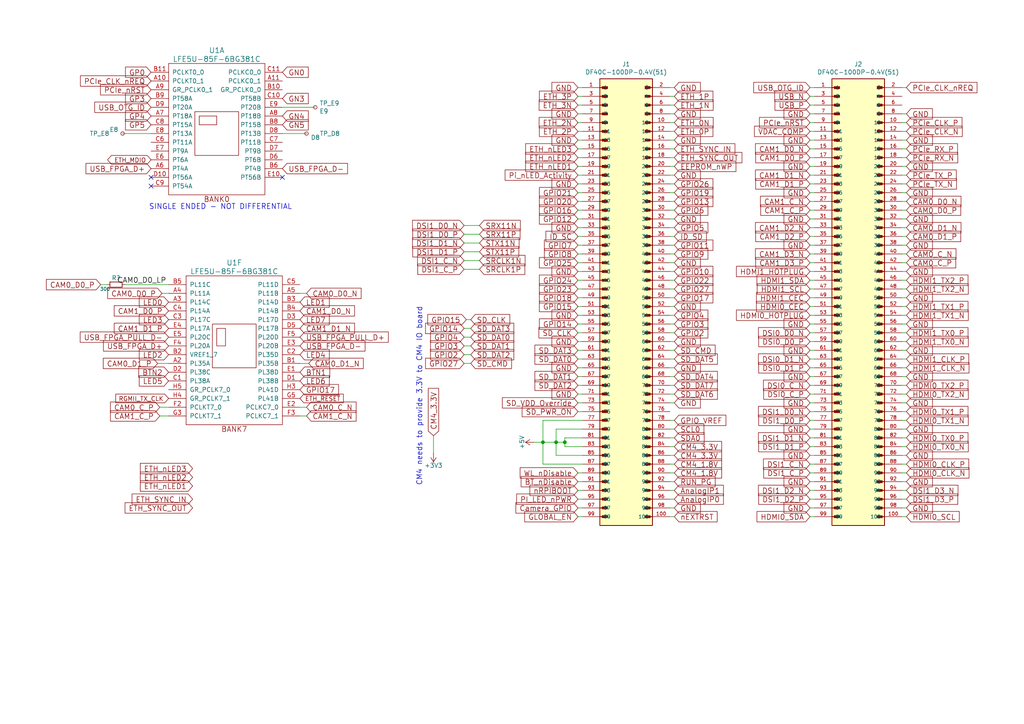
<source format=kicad_sch>
(kicad_sch (version 20230121) (generator eeschema)
  (paper "A4")
  (title_block (title "ULX3S") (rev "1.0.2") (company "EMARD") (comment 1 "GPIO 2.54 mm connectors") (comment 2 "License: CERN-OHL-S v2"))
  (junction (at 157.48 128.27))
  (junction (at 163.83 128.27))
  (junction (at 161.29 128.27))
  (no_connect (at 81.915 51.435))
  (no_connect (at 43.815 53.975))
  (no_connect (at 43.815 51.435))
  (wire (pts (xy 167.64 88.9) (xy 168.91 88.9)))
  (wire (pts (xy 234.95 91.44) (xy 236.22 91.44)))
  (wire (pts (xy 261.62 106.68) (xy 262.89 106.68)))
  (wire (pts (xy 194.31 149.86) (xy 195.58 149.86)))
  (wire (pts (xy 236.22 134.62) (xy 234.95 134.62)))
  (wire (pts (xy 195.58 93.98) (xy 194.31 93.98)))
  (wire (pts (xy 194.31 139.7) (xy 195.58 139.7)))
  (wire (pts (xy 236.22 78.74) (xy 234.95 78.74)))
  (wire (pts (xy 261.62 38.1) (xy 262.89 38.1)))
  (wire (pts (xy 45.72 105.41) (xy 48.895 105.41)))
  (wire (pts (xy 236.22 101.6) (xy 234.95 101.6)))
  (wire (pts (xy 157.48 128.27) (xy 154.94 128.27)))
  (wire (pts (xy 236.22 38.1) (xy 234.95 38.1)))
  (wire (pts (xy 35.56 38.735) (xy 43.815 38.735)))
  (wire (pts (xy 261.62 111.76) (xy 262.89 111.76)))
  (wire (pts (xy 161.29 132.08) (xy 161.29 128.27)))
  (wire (pts (xy 125.73 131.445) (xy 125.73 126.365)))
  (wire (pts (xy 194.31 132.08) (xy 195.58 132.08)))
  (wire (pts (xy 236.22 68.58) (xy 234.95 68.58)))
  (wire (pts (xy 168.91 132.08) (xy 161.29 132.08)))
  (wire (pts (xy 261.62 149.86) (xy 262.89 149.86)))
  (wire (pts (xy 262.89 71.12) (xy 261.62 71.12)))
  (wire (pts (xy 261.62 137.16) (xy 262.89 137.16)))
  (wire (pts (xy 194.31 48.26) (xy 195.58 48.26)))
  (wire (pts (xy 262.89 104.14) (xy 261.62 104.14)))
  (wire (pts (xy 234.95 96.52) (xy 236.22 96.52)))
  (wire (pts (xy 236.22 139.7) (xy 234.95 139.7)))
  (wire (pts (xy 234.95 71.12) (xy 236.22 71.12)))
  (wire (pts (xy 167.64 139.7) (xy 168.91 139.7)))
  (wire (pts (xy 194.31 53.34) (xy 195.58 53.34)))
  (wire (pts (xy 168.91 48.26) (xy 167.64 48.26)))
  (wire (pts (xy 139.065 78.105) (xy 134.62 78.105)))
  (wire (pts (xy 234.95 55.88) (xy 236.22 55.88)))
  (wire (pts (xy 168.91 43.18) (xy 167.64 43.18)))
  (wire (pts (xy 167.64 93.98) (xy 168.91 93.98)))
  (wire (pts (xy 261.62 45.72) (xy 262.89 45.72)))
  (wire (pts (xy 163.83 127) (xy 163.83 128.27)))
  (wire (pts (xy 262.89 63.5) (xy 261.62 63.5)))
  (wire (pts (xy 194.31 101.6) (xy 195.58 101.6)))
  (wire (pts (xy 167.64 149.86) (xy 168.91 149.86)))
  (wire (pts (xy 168.91 33.02) (xy 167.64 33.02)))
  (wire (pts (xy 194.31 91.44) (xy 195.58 91.44)))
  (wire (pts (xy 194.31 81.28) (xy 195.58 81.28)))
  (wire (pts (xy 194.31 86.36) (xy 195.58 86.36)))
  (wire (pts (xy 194.31 114.3) (xy 195.58 114.3)))
  (wire (pts (xy 261.62 119.38) (xy 262.89 119.38)))
  (wire (pts (xy 234.95 60.96) (xy 236.22 60.96)))
  (wire (pts (xy 167.64 25.4) (xy 168.91 25.4)))
  (wire (pts (xy 167.64 53.34) (xy 168.91 53.34)))
  (wire (pts (xy 168.91 121.92) (xy 157.48 121.92)))
  (wire (pts (xy 195.58 137.16) (xy 194.31 137.16)))
  (wire (pts (xy 134.62 75.565) (xy 139.065 75.565)))
  (wire (pts (xy 262.89 55.88) (xy 261.62 55.88)))
  (wire (pts (xy 234.95 27.94) (xy 236.22 27.94)))
  (wire (pts (xy 262.89 86.36) (xy 261.62 86.36)))
  (wire (pts (xy 167.64 78.74) (xy 168.91 78.74)))
  (wire (pts (xy 234.95 119.38) (xy 236.22 119.38)))
  (wire (pts (xy 163.83 127) (xy 168.91 127)))
  (wire (pts (xy 194.31 104.14) (xy 195.58 104.14)))
  (wire (pts (xy 262.89 116.84) (xy 261.62 116.84)))
  (wire (pts (xy 168.91 142.24) (xy 167.64 142.24)))
  (wire (pts (xy 262.89 81.28) (xy 261.62 81.28)))
  (wire (pts (xy 261.62 78.74) (xy 262.89 78.74)))
  (wire (pts (xy 195.58 99.06) (xy 194.31 99.06)))
  (wire (pts (xy 168.91 96.52) (xy 167.64 96.52)))
  (wire (pts (xy 195.58 88.9) (xy 194.31 88.9)))
  (wire (pts (xy 168.91 50.8) (xy 167.64 50.8)))
  (wire (pts (xy 161.29 128.27) (xy 157.48 128.27)))
  (wire (pts (xy 194.31 33.02) (xy 195.58 33.02)))
  (wire (pts (xy 194.31 63.5) (xy 195.58 63.5)))
  (wire (pts (xy 194.31 142.24) (xy 195.58 142.24)))
  (wire (pts (xy 236.22 43.18) (xy 234.95 43.18)))
  (wire (pts (xy 234.95 86.36) (xy 236.22 86.36)))
  (wire (pts (xy 167.64 114.3) (xy 168.91 114.3)))
  (wire (pts (xy 194.31 109.22) (xy 195.58 109.22)))
  (wire (pts (xy 262.89 99.06) (xy 261.62 99.06)))
  (wire (pts (xy 195.58 66.04) (xy 194.31 66.04)))
  (wire (pts (xy 81.915 38.735) (xy 88.9 38.735)))
  (wire (pts (xy 195.58 106.68) (xy 194.31 106.68)))
  (wire (pts (xy 168.91 91.44) (xy 167.64 91.44)))
  (wire (pts (xy 134.62 95.25) (xy 136.525 95.25)))
  (wire (pts (xy 234.95 114.3) (xy 236.22 114.3)))
  (wire (pts (xy 236.22 121.92) (xy 234.95 121.92)))
  (wire (pts (xy 236.22 33.02) (xy 234.95 33.02)))
  (wire (pts (xy 261.62 53.34) (xy 262.89 53.34)))
  (wire (pts (xy 194.31 147.32) (xy 195.58 147.32)))
  (wire (pts (xy 88.9 118.11) (xy 86.995 118.11)))
  (wire (pts (xy 81.915 31.115) (xy 91.44 31.115)))
  (wire (pts (xy 262.89 48.26) (xy 261.62 48.26)))
  (wire (pts (xy 134.62 65.405) (xy 139.065 65.405)))
  (wire (pts (xy 234.95 144.78) (xy 236.22 144.78)))
  (wire (pts (xy 236.22 63.5) (xy 234.95 63.5)))
  (wire (pts (xy 167.64 106.68) (xy 168.91 106.68)))
  (wire (pts (xy 234.95 104.14) (xy 236.22 104.14)))
  (wire (pts (xy 167.64 27.94) (xy 168.91 27.94)))
  (wire (pts (xy 168.91 137.16) (xy 167.64 137.16)))
  (wire (pts (xy 261.62 68.58) (xy 262.89 68.58)))
  (wire (pts (xy 167.64 38.1) (xy 168.91 38.1)))
  (wire (pts (xy 262.89 93.98) (xy 261.62 93.98)))
  (wire (pts (xy 261.62 127) (xy 262.89 127)))
  (wire (pts (xy 195.58 25.4) (xy 194.31 25.4)))
  (wire (pts (xy 134.62 102.87) (xy 136.525 102.87)))
  (wire (pts (xy 236.22 129.54) (xy 234.95 129.54)))
  (wire (pts (xy 262.89 109.22) (xy 261.62 109.22)))
  (wire (pts (xy 167.64 104.14) (xy 168.91 104.14)))
  (wire (pts (xy 262.89 134.62) (xy 261.62 134.62)))
  (wire (pts (xy 46.99 85.09) (xy 48.895 85.09)))
  (wire (pts (xy 134.62 97.79) (xy 136.525 97.79)))
  (wire (pts (xy 168.91 81.28) (xy 167.64 81.28)))
  (wire (pts (xy 139.065 67.945) (xy 134.62 67.945)))
  (wire (pts (xy 261.62 144.78) (xy 262.89 144.78)))
  (wire (pts (xy 262.89 129.54) (xy 261.62 129.54)))
  (wire (pts (xy 236.22 30.48) (xy 234.95 30.48)))
  (wire (pts (xy 261.62 83.82) (xy 262.89 83.82)))
  (wire (pts (xy 195.58 71.12) (xy 194.31 71.12)))
  (wire (pts (xy 136.525 100.33) (xy 134.62 100.33)))
  (wire (pts (xy 195.58 144.78) (xy 194.31 144.78)))
  (wire (pts (xy 234.95 40.64) (xy 236.22 40.64)))
  (wire (pts (xy 195.58 116.84) (xy 194.31 116.84)))
  (wire (pts (xy 194.31 124.46) (xy 195.58 124.46)))
  (wire (pts (xy 262.89 33.02) (xy 261.62 33.02)))
  (wire (pts (xy 236.22 111.76) (xy 234.95 111.76)))
  (wire (pts (xy 234.95 132.08) (xy 236.22 132.08)))
  (wire (pts (xy 236.22 147.32) (xy 234.95 147.32)))
  (wire (pts (xy 194.31 27.94) (xy 195.58 27.94)))
  (wire (pts (xy 86.995 105.41) (xy 89.535 105.41)))
  (wire (pts (xy 167.64 99.06) (xy 168.91 99.06)))
  (wire (pts (xy 194.31 73.66) (xy 195.58 73.66)))
  (wire (pts (xy 236.22 93.98) (xy 234.95 93.98)))
  (wire (pts (xy 195.58 76.2) (xy 194.31 76.2)))
  (wire (pts (xy 168.91 76.2) (xy 167.64 76.2)))
  (wire (pts (xy 194.31 38.1) (xy 195.58 38.1)))
  (wire (pts (xy 161.29 124.46) (xy 161.29 128.27)))
  (wire (pts (xy 234.95 137.16) (xy 236.22 137.16)))
  (wire (pts (xy 168.91 129.54) (xy 163.83 129.54)))
  (wire (pts (xy 167.64 68.58) (xy 168.91 68.58)))
  (wire (pts (xy 168.91 101.6) (xy 167.64 101.6)))
  (wire (pts (xy 261.62 60.96) (xy 262.89 60.96)))
  (wire (pts (xy 194.31 134.62) (xy 195.58 134.62)))
  (wire (pts (xy 236.22 58.42) (xy 234.95 58.42)))
  (wire (pts (xy 194.31 58.42) (xy 195.58 58.42)))
  (wire (pts (xy 195.58 111.76) (xy 194.31 111.76)))
  (wire (pts (xy 262.89 121.92) (xy 261.62 121.92)))
  (wire (pts (xy 168.91 109.22) (xy 167.64 109.22)))
  (wire (pts (xy 46.355 120.65) (xy 48.895 120.65)))
  (wire (pts (xy 262.89 40.64) (xy 261.62 40.64)))
  (wire (pts (xy 234.95 25.4) (xy 236.22 25.4)))
  (wire (pts (xy 195.58 50.8) (xy 194.31 50.8)))
  (wire (pts (xy 168.91 86.36) (xy 167.64 86.36)))
  (wire (pts (xy 157.48 121.92) (xy 157.48 128.27)))
  (wire (pts (xy 168.91 144.78) (xy 167.64 144.78)))
  (wire (pts (xy 195.58 127) (xy 194.31 127)))
  (wire (pts (xy 234.95 50.8) (xy 236.22 50.8)))
  (wire (pts (xy 168.91 124.46) (xy 161.29 124.46)))
  (wire (pts (xy 261.62 50.8) (xy 262.89 50.8)))
  (wire (pts (xy 261.62 91.44) (xy 262.89 91.44)))
  (wire (pts (xy 261.62 114.3) (xy 262.89 114.3)))
  (wire (pts (xy 234.95 35.56) (xy 236.22 35.56)))
  (wire (pts (xy 167.64 45.72) (xy 168.91 45.72)))
  (wire (pts (xy 236.22 106.68) (xy 234.95 106.68)))
  (wire (pts (xy 194.31 78.74) (xy 195.58 78.74)))
  (wire (pts (xy 195.58 35.56) (xy 194.31 35.56)))
  (wire (pts (xy 168.91 111.76) (xy 167.64 111.76)))
  (wire (pts (xy 236.22 53.34) (xy 234.95 53.34)))
  (wire (pts (xy 261.62 66.04) (xy 262.89 66.04)))
  (wire (pts (xy 163.83 129.54) (xy 163.83 128.27)))
  (wire (pts (xy 157.48 128.27) (xy 157.48 134.62)))
  (wire (pts (xy 163.83 128.27) (xy 161.29 128.27)))
  (wire (pts (xy 167.64 58.42) (xy 168.91 58.42)))
  (wire (pts (xy 167.64 30.48) (xy 168.91 30.48)))
  (wire (pts (xy 195.58 40.64) (xy 194.31 40.64)))
  (wire (pts (xy 234.95 66.04) (xy 236.22 66.04)))
  (wire (pts (xy 262.89 76.2) (xy 261.62 76.2)))
  (wire (pts (xy 194.31 68.58) (xy 195.58 68.58)))
  (wire (pts (xy 261.62 35.56) (xy 262.89 35.56)))
  (wire (pts (xy 168.91 71.12) (xy 167.64 71.12)))
  (wire (pts (xy 46.355 118.11) (xy 48.895 118.11)))
  (wire (pts (xy 195.58 55.88) (xy 194.31 55.88)))
  (wire (pts (xy 234.95 99.06) (xy 236.22 99.06)))
  (wire (pts (xy 236.22 73.66) (xy 234.95 73.66)))
  (wire (pts (xy 194.31 43.18) (xy 195.58 43.18)))
  (wire (pts (xy 261.62 73.66) (xy 262.89 73.66)))
  (wire (pts (xy 234.95 45.72) (xy 236.22 45.72)))
  (wire (pts (xy 262.89 142.24) (xy 261.62 142.24)))
  (wire (pts (xy 234.95 149.86) (xy 236.22 149.86)))
  (wire (pts (xy 195.58 121.92) (xy 194.31 121.92)))
  (wire (pts (xy 167.64 73.66) (xy 168.91 73.66)))
  (wire (pts (xy 168.91 116.84) (xy 167.64 116.84)))
  (wire (pts (xy 29.21 82.55) (xy 31.115 82.55)))
  (wire (pts (xy 234.95 76.2) (xy 236.22 76.2)))
  (wire (pts (xy 234.95 127) (xy 236.22 127)))
  (wire (pts (xy 236.22 48.26) (xy 234.95 48.26)))
  (wire (pts (xy 167.64 83.82) (xy 168.91 83.82)))
  (wire (pts (xy 167.64 63.5) (xy 168.91 63.5)))
  (wire (pts (xy 36.195 82.55) (xy 48.895 82.55)))
  (wire (pts (xy 168.91 55.88) (xy 167.64 55.88)))
  (wire (pts (xy 236.22 116.84) (xy 234.95 116.84)))
  (wire (pts (xy 261.62 25.4) (xy 262.89 25.4)))
  (wire (pts (xy 167.64 147.32) (xy 168.91 147.32)))
  (wire (pts (xy 234.95 124.46) (xy 236.22 124.46)))
  (wire (pts (xy 86.995 85.09) (xy 88.9 85.09)))
  (wire (pts (xy 261.62 101.6) (xy 262.89 101.6)))
  (wire (pts (xy 261.62 139.7) (xy 262.89 139.7)))
  (wire (pts (xy 236.22 88.9) (xy 234.95 88.9)))
  (wire (pts (xy 168.91 66.04) (xy 167.64 66.04)))
  (wire (pts (xy 234.95 81.28) (xy 236.22 81.28)))
  (wire (pts (xy 195.58 60.96) (xy 194.31 60.96)))
  (wire (pts (xy 261.62 43.18) (xy 262.89 43.18)))
  (wire (pts (xy 168.91 60.96) (xy 167.64 60.96)))
  (wire (pts (xy 167.64 40.64) (xy 168.91 40.64)))
  (wire (pts (xy 195.58 45.72) (xy 194.31 45.72)))
  (wire (pts (xy 195.58 30.48) (xy 194.31 30.48)))
  (wire (pts (xy 262.89 147.32) (xy 261.62 147.32)))
  (wire (pts (xy 139.065 73.025) (xy 134.62 73.025)))
  (wire (pts (xy 194.31 96.52) (xy 195.58 96.52)))
  (wire (pts (xy 157.48 134.62) (xy 168.91 134.62)))
  (wire (pts (xy 135.255 92.71) (xy 136.525 92.71)))
  (wire (pts (xy 194.31 129.54) (xy 195.58 129.54)))
  (wire (pts (xy 261.62 96.52) (xy 262.89 96.52)))
  (wire (pts (xy 262.89 58.42) (xy 261.62 58.42)))
  (wire (pts (xy 88.9 120.65) (xy 86.995 120.65)))
  (wire (pts (xy 236.22 83.82) (xy 234.95 83.82)))
  (wire (pts (xy 234.95 142.24) (xy 236.22 142.24)))
  (wire (pts (xy 167.64 35.56) (xy 168.91 35.56)))
  (wire (pts (xy 134.62 105.41) (xy 136.525 105.41)))
  (wire (pts (xy 134.62 70.485) (xy 139.065 70.485)))
  (wire (pts (xy 195.58 83.82) (xy 194.31 83.82)))
  (wire (pts (xy 261.62 88.9) (xy 262.89 88.9)))
  (wire (pts (xy 261.62 132.08) (xy 262.89 132.08)))
  (wire (pts (xy 234.95 109.22) (xy 236.22 109.22)))
  (wire (pts (xy 261.62 124.46) (xy 262.89 124.46)))
  (wire (pts (xy 167.64 119.38) (xy 168.91 119.38)))
  (text "CM4 needs to provide 3.3V to CM4 IO board" (at 122.555 140.97 90) (effects (font (size 1.524 1.524)) (justify left bottom)))
  (text "SINGLE ENDED - NOT DIFFERENTIAL" (at 43.18 60.96 0) (effects (font (size 1.524 1.524)) (justify left bottom)))
  (label "CAM0_D0_LP" (at 48.26 82.55 180) (effects (font (size 1.524 1.524))))
  (global_label "GND" (shape input) (at 167.64 33.02 180) (effects (font (size 1.524 1.524))) (property "Intersheetrefs" "${INTERSHEET_REFS}" (effects hide)))
  (global_label "ETH_MDIO" (shape bidirectional) (at 43.815 46.355 180) (property "Intersheetrefs" "${INTERSHEET_REFS}" (effects hide)))
  (global_label "SD_CMD" (shape input) (at 195.58 101.6 0) (effects (font (size 1.524 1.524))) (property "Intersheetrefs" "${INTERSHEET_REFS}" (effects hide)))
  (global_label "GN5" (shape input) (at 81.915 36.195 0) (effects (font (size 1.524 1.524))) (property "Intersheetrefs" "${INTERSHEET_REFS}" (effects hide)))
  (global_label "ETH_SYNC_IN" (shape input) (at 195.58 43.18 0) (effects (font (size 1.524 1.524))) (property "Intersheetrefs" "${INTERSHEET_REFS}" (effects hide)))
  (global_label "CAM1_D1_N" (shape input) (at 86.995 95.25 0) (effects (font (size 1.524 1.524))) (property "Intersheetrefs" "${INTERSHEET_REFS}" (effects hide)))
  (global_label "ETH_nLED1" (shape input) (at 55.88 140.97 180) (effects (font (size 1.524 1.524))) (property "Intersheetrefs" "${INTERSHEET_REFS}" (effects hide)))
  (global_label "CAM0_D0_P" (shape input) (at 46.99 85.09 180) (effects (font (size 1.524 1.524))) (property "Intersheetrefs" "${INTERSHEET_REFS}" (effects hide)))
  (global_label "HDMI1_TX1_P" (shape input) (at 262.89 88.9 0) (effects (font (size 1.524 1.524))) (property "Intersheetrefs" "${INTERSHEET_REFS}" (effects hide)))
  (global_label "CAM1_D3_P" (shape input) (at 234.95 76.2 180) (effects (font (size 1.524 1.524))) (property "Intersheetrefs" "${INTERSHEET_REFS}" (effects hide)))
  (global_label "HDMI1_TX2_N" (shape input) (at 262.89 83.82 0) (effects (font (size 1.524 1.524))) (property "Intersheetrefs" "${INTERSHEET_REFS}" (effects hide)))
  (global_label "HDMI1_CEC" (shape input) (at 234.95 86.36 180) (effects (font (size 1.524 1.524))) (property "Intersheetrefs" "${INTERSHEET_REFS}" (effects hide)))
  (global_label "GND" (shape input) (at 234.95 147.32 180) (effects (font (size 1.524 1.524))) (property "Intersheetrefs" "${INTERSHEET_REFS}" (effects hide)))
  (global_label "CM4_1.8V" (shape input) (at 195.58 134.62 0) (effects (font (size 1.524 1.524))) (property "Intersheetrefs" "${INTERSHEET_REFS}" (effects hide)))
  (global_label "GPIO27" (shape input) (at 134.62 105.41 180) (effects (font (size 1.524 1.524))) (property "Intersheetrefs" "${INTERSHEET_REFS}" (effects hide)))
  (global_label "SD_DAT0" (shape input) (at 136.525 97.79 0) (effects (font (size 1.524 1.524))) (property "Intersheetrefs" "${INTERSHEET_REFS}" (effects hide)))
  (global_label "LED6" (shape input) (at 86.995 110.49 0) (effects (font (size 1.524 1.524))) (property "Intersheetrefs" "${INTERSHEET_REFS}" (effects hide)))
  (global_label "GPIO26" (shape input) (at 195.58 53.34 0) (effects (font (size 1.524 1.524))) (property "Intersheetrefs" "${INTERSHEET_REFS}" (effects hide)))
  (global_label "PCIe_CLK_P" (shape input) (at 262.89 35.56 0) (effects (font (size 1.524 1.524))) (property "Intersheetrefs" "${INTERSHEET_REFS}" (effects hide)))
  (global_label "CAM1_D1_N" (shape input) (at 234.95 50.8 180) (effects (font (size 1.524 1.524))) (property "Intersheetrefs" "${INTERSHEET_REFS}" (effects hide)))
  (global_label "RGMII_TX_CLK" (shape input) (at 48.895 115.57 180) (property "Intersheetrefs" "${INTERSHEET_REFS}" (effects hide)))
  (global_label "CAM0_C_P" (shape input) (at 46.355 118.11 180) (effects (font (size 1.524 1.524))) (property "Intersheetrefs" "${INTERSHEET_REFS}" (effects hide)))
  (global_label "USB_OTG_ID" (shape input) (at 234.95 25.4 180) (effects (font (size 1.524 1.524))) (property "Intersheetrefs" "${INTERSHEET_REFS}" (effects hide)))
  (global_label "GND" (shape input) (at 195.58 63.5 0) (effects (font (size 1.524 1.524))) (property "Intersheetrefs" "${INTERSHEET_REFS}" (effects hide)))
  (global_label "SD_DAT2" (shape input) (at 136.525 102.87 0) (effects (font (size 1.524 1.524))) (property "Intersheetrefs" "${INTERSHEET_REFS}" (effects hide)))
  (global_label "ID_SC" (shape input) (at 167.64 68.58 180) (effects (font (size 1.524 1.524))) (property "Intersheetrefs" "${INTERSHEET_REFS}" (effects hide)))
  (global_label "PCIe_CLK_N" (shape input) (at 262.89 38.1 0) (effects (font (size 1.524 1.524))) (property "Intersheetrefs" "${INTERSHEET_REFS}" (effects hide)))
  (global_label "GND" (shape input) (at 167.64 91.44 180) (effects (font (size 1.524 1.524))) (property "Intersheetrefs" "${INTERSHEET_REFS}" (effects hide)))
  (global_label "CAM1_C_N" (shape input) (at 234.95 58.42 180) (effects (font (size 1.524 1.524))) (property "Intersheetrefs" "${INTERSHEET_REFS}" (effects hide)))
  (global_label "GPIO3" (shape input) (at 195.58 93.98 0) (effects (font (size 1.524 1.524))) (property "Intersheetrefs" "${INTERSHEET_REFS}" (effects hide)))
  (global_label "CAM0_D1_P" (shape input) (at 45.72 105.41 180) (effects (font (size 1.524 1.524))) (property "Intersheetrefs" "${INTERSHEET_REFS}" (effects hide)))
  (global_label "BTN1" (shape input) (at 86.995 107.95 0) (effects (font (size 1.524 1.524))) (property "Intersheetrefs" "${INTERSHEET_REFS}" (effects hide)))
  (global_label "GND" (shape input) (at 195.58 25.4 0) (effects (font (size 1.524 1.524))) (property "Intersheetrefs" "${INTERSHEET_REFS}" (effects hide)))
  (global_label "CAM1_D0_N" (shape input) (at 86.995 90.17 0) (effects (font (size 1.524 1.524))) (property "Intersheetrefs" "${INTERSHEET_REFS}" (effects hide)))
  (global_label "ETH_2N" (shape input) (at 167.64 35.56 180) (effects (font (size 1.524 1.524))) (property "Intersheetrefs" "${INTERSHEET_REFS}" (effects hide)))
  (global_label "GP4" (shape input) (at 43.815 33.655 180) (effects (font (size 1.524 1.524))) (property "Intersheetrefs" "${INTERSHEET_REFS}" (effects hide)))
  (global_label "HDMI0_CLK_N" (shape input) (at 262.89 137.16 0) (effects (font (size 1.524 1.524))) (property "Intersheetrefs" "${INTERSHEET_REFS}" (effects hide)))
  (global_label "GPIO17" (shape input) (at 86.995 113.03 0) (effects (font (size 1.524 1.524))) (property "Intersheetrefs" "${INTERSHEET_REFS}" (effects hide)))
  (global_label "SDA0" (shape input) (at 195.58 127 0) (effects (font (size 1.524 1.524))) (property "Intersheetrefs" "${INTERSHEET_REFS}" (effects hide)))
  (global_label "GPIO4" (shape input) (at 134.62 97.79 180) (effects (font (size 1.524 1.524))) (property "Intersheetrefs" "${INTERSHEET_REFS}" (effects hide)))
  (global_label "GN3" (shape input) (at 81.915 28.575 0) (effects (font (size 1.524 1.524))) (property "Intersheetrefs" "${INTERSHEET_REFS}" (effects hide)))
  (global_label "GPIO13" (shape input) (at 195.58 58.42 0) (effects (font (size 1.524 1.524))) (property "Intersheetrefs" "${INTERSHEET_REFS}" (effects hide)))
  (global_label "STX11P" (shape input) (at 139.065 73.025 0) (effects (font (size 1.524 1.524))) (property "Intersheetrefs" "${INTERSHEET_REFS}" (effects hide)))
  (global_label "GND" (shape input) (at 234.95 139.7 180) (effects (font (size 1.524 1.524))) (property "Intersheetrefs" "${INTERSHEET_REFS}" (effects hide)))
  (global_label "DSI0_C_N" (shape input) (at 234.95 111.76 180) (effects (font (size 1.524 1.524))) (property "Intersheetrefs" "${INTERSHEET_REFS}" (effects hide)))
  (global_label "DSI1_D0_P" (shape input) (at 234.95 121.92 180) (effects (font (size 1.524 1.524))) (property "Intersheetrefs" "${INTERSHEET_REFS}" (effects hide)))
  (global_label "GND" (shape input) (at 262.89 147.32 0) (effects (font (size 1.524 1.524))) (property "Intersheetrefs" "${INTERSHEET_REFS}" (effects hide)))
  (global_label "CAM0_D0_N" (shape input) (at 88.9 85.09 0) (effects (font (size 1.524 1.524))) (property "Intersheetrefs" "${INTERSHEET_REFS}" (effects hide)))
  (global_label "GND" (shape input) (at 195.58 76.2 0) (effects (font (size 1.524 1.524))) (property "Intersheetrefs" "${INTERSHEET_REFS}" (effects hide)))
  (global_label "SD_CLK" (shape input) (at 136.525 92.71 0) (effects (font (size 1.524 1.524))) (property "Intersheetrefs" "${INTERSHEET_REFS}" (effects hide)))
  (global_label "GND" (shape input) (at 262.89 109.22 0) (effects (font (size 1.524 1.524))) (property "Intersheetrefs" "${INTERSHEET_REFS}" (effects hide)))
  (global_label "ID_SD" (shape input) (at 195.58 68.58 0) (effects (font (size 1.524 1.524))) (property "Intersheetrefs" "${INTERSHEET_REFS}" (effects hide)))
  (global_label "ETH_nLED1" (shape input) (at 167.64 48.26 180) (effects (font (size 1.524 1.524))) (property "Intersheetrefs" "${INTERSHEET_REFS}" (effects hide)))
  (global_label "HDMI0_TX1_P" (shape input) (at 262.89 119.38 0) (effects (font (size 1.524 1.524))) (property "Intersheetrefs" "${INTERSHEET_REFS}" (effects hide)))
  (global_label "ETH_3P" (shape input) (at 167.64 27.94 180) (effects (font (size 1.524 1.524))) (property "Intersheetrefs" "${INTERSHEET_REFS}" (effects hide)))
  (global_label "ETH_~{RESET}" (shape input) (at 86.995 115.57 0) (property "Intersheetrefs" "${INTERSHEET_REFS}" (effects hide)))
  (global_label "GND" (shape input) (at 167.64 66.04 180) (effects (font (size 1.524 1.524))) (property "Intersheetrefs" "${INTERSHEET_REFS}" (effects hide)))
  (global_label "AnalogIP0" (shape input) (at 195.58 144.78 0) (effects (font (size 1.524 1.524))) (property "Intersheetrefs" "${INTERSHEET_REFS}" (effects hide)))
  (global_label "USB_FPGA_D+" (shape input) (at 43.815 48.895 180) (effects (font (size 1.524 1.524))) (property "Intersheetrefs" "${INTERSHEET_REFS}" (effects hide)))
  (global_label "SD_DAT5" (shape input) (at 195.58 104.14 0) (effects (font (size 1.524 1.524))) (property "Intersheetrefs" "${INTERSHEET_REFS}" (effects hide)))
  (global_label "USB_FPGA_D+" (shape input) (at 48.895 100.33 180) (effects (font (size 1.524 1.524))) (property "Intersheetrefs" "${INTERSHEET_REFS}" (effects hide)))
  (global_label "ETH_1P" (shape input) (at 195.58 27.94 0) (effects (font (size 1.524 1.524))) (property "Intersheetrefs" "${INTERSHEET_REFS}" (effects hide)))
  (global_label "AnalogIP1" (shape input) (at 195.58 142.24 0) (effects (font (size 1.524 1.524))) (property "Intersheetrefs" "${INTERSHEET_REFS}" (effects hide)))
  (global_label "USB_FPGA_D-" (shape input) (at 81.915 48.895 0) (effects (font (size 1.524 1.524))) (property "Intersheetrefs" "${INTERSHEET_REFS}" (effects hide)))
  (global_label "DSI1_D1_N" (shape input) (at 134.62 70.485 180) (effects (font (size 1.524 1.524))) (property "Intersheetrefs" "${INTERSHEET_REFS}" (effects hide)))
  (global_label "GPIO25" (shape input) (at 167.64 76.2 180) (effects (font (size 1.524 1.524))) (property "Intersheetrefs" "${INTERSHEET_REFS}" (effects hide)))
  (global_label "DSI1_D1_P" (shape input) (at 234.95 129.54 180) (effects (font (size 1.524 1.524))) (property "Intersheetrefs" "${INTERSHEET_REFS}" (effects hide)))
  (global_label "CAM1_D3_N" (shape input) (at 234.95 73.66 180) (effects (font (size 1.524 1.524))) (property "Intersheetrefs" "${INTERSHEET_REFS}" (effects hide)))
  (global_label "GP0" (shape input) (at 43.815 20.955 180) (effects (font (size 1.524 1.524))) (property "Intersheetrefs" "${INTERSHEET_REFS}" (effects hide)))
  (global_label "CAM1_D0_P" (shape input) (at 234.95 45.72 180) (effects (font (size 1.524 1.524))) (property "Intersheetrefs" "${INTERSHEET_REFS}" (effects hide)))
  (global_label "GPIO21" (shape input) (at 167.64 55.88 180) (effects (font (size 1.524 1.524))) (property "Intersheetrefs" "${INTERSHEET_REFS}" (effects hide)))
  (global_label "GND" (shape input) (at 262.89 33.02 0) (effects (font (size 1.524 1.524))) (property "Intersheetrefs" "${INTERSHEET_REFS}" (effects hide)))
  (global_label "ETH_0N" (shape input) (at 195.58 35.56 0) (effects (font (size 1.524 1.524))) (property "Intersheetrefs" "${INTERSHEET_REFS}" (effects hide)))
  (global_label "GND" (shape input) (at 262.89 101.6 0) (effects (font (size 1.524 1.524))) (property "Intersheetrefs" "${INTERSHEET_REFS}" (effects hide)))
  (global_label "HDMI0_SDA" (shape input) (at 234.95 149.86 180) (effects (font (size 1.524 1.524))) (property "Intersheetrefs" "${INTERSHEET_REFS}" (effects hide)))
  (global_label "GPIO22" (shape input) (at 195.58 81.28 0) (effects (font (size 1.524 1.524))) (property "Intersheetrefs" "${INTERSHEET_REFS}" (effects hide)))
  (global_label "ETH_2P" (shape input) (at 167.64 38.1 180) (effects (font (size 1.524 1.524))) (property "Intersheetrefs" "${INTERSHEET_REFS}" (effects hide)))
  (global_label "SD_DAT2" (shape input) (at 167.64 111.76 180) (effects (font (size 1.524 1.524))) (property "Intersheetrefs" "${INTERSHEET_REFS}" (effects hide)))
  (global_label "CAM0_D0_P" (shape input) (at 29.21 82.55 180) (effects (font (size 1.524 1.524))) (property "Intersheetrefs" "${INTERSHEET_REFS}" (effects hide)))
  (global_label "GPIO15" (shape input) (at 135.255 92.71 180) (effects (font (size 1.524 1.524))) (property "Intersheetrefs" "${INTERSHEET_REFS}" (effects hide)))
  (global_label "SD_DAT1" (shape input) (at 136.525 100.33 0) (effects (font (size 1.524 1.524))) (property "Intersheetrefs" "${INTERSHEET_REFS}" (effects hide)))
  (global_label "HDMI1_HOTPLUG" (shape input) (at 234.95 78.74 180) (effects (font (size 1.524 1.524))) (property "Intersheetrefs" "${INTERSHEET_REFS}" (effects hide)))
  (global_label "GND" (shape input) (at 195.58 50.8 0) (effects (font (size 1.524 1.524))) (property "Intersheetrefs" "${INTERSHEET_REFS}" (effects hide)))
  (global_label "ETH_SYNC_OUT" (shape input) (at 55.88 147.32 180) (effects (font (size 1.524 1.524))) (property "Intersheetrefs" "${INTERSHEET_REFS}" (effects hide)))
  (global_label "HDMI0_TX0_N" (shape input) (at 262.89 129.54 0) (effects (font (size 1.524 1.524))) (property "Intersheetrefs" "${INTERSHEET_REFS}" (effects hide)))
  (global_label "HDMI1_TX0_P" (shape input) (at 262.89 96.52 0) (effects (font (size 1.524 1.524))) (property "Intersheetrefs" "${INTERSHEET_REFS}" (effects hide)))
  (global_label "DSI1_D0_N" (shape input) (at 134.62 65.405 180) (effects (font (size 1.524 1.524))) (property "Intersheetrefs" "${INTERSHEET_REFS}" (effects hide)))
  (global_label "CM4_1.8V" (shape input) (at 195.58 137.16 0) (effects (font (size 1.524 1.524))) (property "Intersheetrefs" "${INTERSHEET_REFS}" (effects hide)))
  (global_label "LED0" (shape input) (at 48.895 87.63 180) (effects (font (size 1.524 1.524))) (property "Intersheetrefs" "${INTERSHEET_REFS}" (effects hide)))
  (global_label "HDMI1_TX2_P" (shape input) (at 262.89 81.28 0) (effects (font (size 1.524 1.524))) (property "Intersheetrefs" "${INTERSHEET_REFS}" (effects hide)))
  (global_label "HDMI0_TX0_P" (shape input) (at 262.89 127 0) (effects (font (size 1.524 1.524))) (property "Intersheetrefs" "${INTERSHEET_REFS}" (effects hide)))
  (global_label "CAM1_C_N" (shape input) (at 88.9 120.65 0) (effects (font (size 1.524 1.524))) (property "Intersheetrefs" "${INTERSHEET_REFS}" (effects hide)))
  (global_label "GND" (shape input) (at 167.64 106.68 180) (effects (font (size 1.524 1.524))) (property "Intersheetrefs" "${INTERSHEET_REFS}" (effects hide)))
  (global_label "SD_DAT3" (shape input) (at 136.525 95.25 0) (effects (font (size 1.524 1.524))) (property "Intersheetrefs" "${INTERSHEET_REFS}" (effects hide)))
  (global_label "HDMI1_CLK_P" (shape input) (at 262.89 104.14 0) (effects (font (size 1.524 1.524))) (property "Intersheetrefs" "${INTERSHEET_REFS}" (effects hide)))
  (global_label "HDMI0_TX2_P" (shape input) (at 262.89 111.76 0) (effects (font (size 1.524 1.524))) (property "Intersheetrefs" "${INTERSHEET_REFS}" (effects hide)))
  (global_label "HDMI1_TX1_N" (shape input) (at 262.89 91.44 0) (effects (font (size 1.524 1.524))) (property "Intersheetrefs" "${INTERSHEET_REFS}" (effects hide)))
  (global_label "SD_VDD_Override" (shape input) (at 167.64 116.84 180) (effects (font (size 1.524 1.524))) (property "Intersheetrefs" "${INTERSHEET_REFS}" (effects hide)))
  (global_label "LED2" (shape input) (at 48.895 102.87 180) (effects (font (size 1.524 1.524))) (property "Intersheetrefs" "${INTERSHEET_REFS}" (effects hide)))
  (global_label "SRX11N" (shape input) (at 139.065 65.405 0) (effects (font (size 1.524 1.524))) (property "Intersheetrefs" "${INTERSHEET_REFS}" (effects hide)))
  (global_label "CAM0_D1_P" (shape input) (at 262.89 68.58 0) (effects (font (size 1.524 1.524))) (property "Intersheetrefs" "${INTERSHEET_REFS}" (effects hide)))
  (global_label "nEXTRST" (shape input) (at 195.58 149.86 0) (effects (font (size 1.524 1.524))) (property "Intersheetrefs" "${INTERSHEET_REFS}" (effects hide)))
  (global_label "GND" (shape input) (at 195.58 116.84 0) (effects (font (size 1.524 1.524))) (property "Intersheetrefs" "${INTERSHEET_REFS}" (effects hide)))
  (global_label "CAM1_D1_P" (shape input) (at 234.95 53.34 180) (effects (font (size 1.524 1.524))) (property "Intersheetrefs" "${INTERSHEET_REFS}" (effects hide)))
  (global_label "SD_PWR_ON" (shape input) (at 167.64 119.38 180) (effects (font (size 1.524 1.524))) (property "Intersheetrefs" "${INTERSHEET_REFS}" (effects hide)))
  (global_label "GPIO15" (shape input) (at 167.64 88.9 180) (effects (font (size 1.524 1.524))) (property "Intersheetrefs" "${INTERSHEET_REFS}" (effects hide)))
  (global_label "DSI0_D1_P" (shape input) (at 234.95 106.68 180) (effects (font (size 1.524 1.524))) (property "Intersheetrefs" "${INTERSHEET_REFS}" (effects hide)))
  (global_label "GND" (shape input) (at 262.89 124.46 0) (effects (font (size 1.524 1.524))) (property "Intersheetrefs" "${INTERSHEET_REFS}" (effects hide)))
  (global_label "SCL0" (shape input) (at 195.58 124.46 0) (effects (font (size 1.524 1.524))) (property "Intersheetrefs" "${INTERSHEET_REFS}" (effects hide)))
  (global_label "DSI1_C_P" (shape input) (at 134.62 78.105 180) (effects (font (size 1.524 1.524))) (property "Intersheetrefs" "${INTERSHEET_REFS}" (effects hide)))
  (global_label "GPIO_VREF" (shape input) (at 195.58 121.92 0) (effects (font (size 1.524 1.524))) (property "Intersheetrefs" "${INTERSHEET_REFS}" (effects hide)))
  (global_label "GPIO11" (shape input) (at 195.58 71.12 0) (effects (font (size 1.524 1.524))) (property "Intersheetrefs" "${INTERSHEET_REFS}" (effects hide)))
  (global_label "USB_FPGA_PULL_D-" (shape input) (at 48.895 97.79 180) (effects (font (size 1.524 1.524))) (property "Intersheetrefs" "${INTERSHEET_REFS}" (effects hide)))
  (global_label "DSI0_C_P" (shape input) (at 234.95 114.3 180) (effects (font (size 1.524 1.524))) (property "Intersheetrefs" "${INTERSHEET_REFS}" (effects hide)))
  (global_label "CAM1_D2_N" (shape input) (at 234.95 66.04 180) (effects (font (size 1.524 1.524))) (property "Intersheetrefs" "${INTERSHEET_REFS}" (effects hide)))
  (global_label "USB_N" (shape input) (at 234.95 27.94 180) (effects (font (size 1.524 1.524))) (property "Intersheetrefs" "${INTERSHEET_REFS}" (effects hide)))
  (global_label "GND" (shape input) (at 234.95 33.02 180) (effects (font (size 1.524 1.524))) (property "Intersheetrefs" "${INTERSHEET_REFS}" (effects hide)))
  (global_label "SD_DAT0" (shape input) (at 167.64 104.14 180) (effects (font (size 1.524 1.524))) (property "Intersheetrefs" "${INTERSHEET_REFS}" (effects hide)))
  (global_label "ETH_1N" (shape input) (at 195.58 30.48 0) (effects (font (size 1.524 1.524))) (property "Intersheetrefs" "${INTERSHEET_REFS}" (effects hide)))
  (global_label "DSI1_D1_N" (shape input) (at 234.95 127 180) (effects (font (size 1.524 1.524))) (property "Intersheetrefs" "${INTERSHEET_REFS}" (effects hide)))
  (global_label "GPIO7" (shape input) (at 167.64 71.12 180) (effects (font (size 1.524 1.524))) (property "Intersheetrefs" "${INTERSHEET_REFS}" (effects hide)))
  (global_label "SD_CLK" (shape input) (at 167.64 96.52 180) (effects (font (size 1.524 1.524))) (property "Intersheetrefs" "${INTERSHEET_REFS}" (effects hide)))
  (global_label "GPIO9" (shape input) (at 195.58 73.66 0) (effects (font (size 1.524 1.524))) (property "Intersheetrefs" "${INTERSHEET_REFS}" (effects hide)))
  (global_label "ETH_nLED3" (shape input) (at 167.64 43.18 180) (effects (font (size 1.524 1.524))) (property "Intersheetrefs" "${INTERSHEET_REFS}" (effects hide)))
  (global_label "GND" (shape input) (at 234.95 101.6 180) (effects (font (size 1.524 1.524))) (property "Intersheetrefs" "${INTERSHEET_REFS}" (effects hide)))
  (global_label "USB_OTG_ID" (shape input) (at 43.815 31.115 180) (effects (font (size 1.524 1.524))) (property "Intersheetrefs" "${INTERSHEET_REFS}" (effects hide)))
  (global_label "CM4_3.3V" (shape input) (at 195.58 132.08 0) (effects (font (size 1.524 1.524))) (property "Intersheetrefs" "${INTERSHEET_REFS}" (effects hide)))
  (global_label "PCIe_TX_P" (shape input) (at 262.89 50.8 0) (effects (font (size 1.524 1.524))) (property "Intersheetrefs" "${INTERSHEET_REFS}" (effects hide)))
  (global_label "SD_DAT4" (shape input) (at 195.58 109.22 0) (effects (font (size 1.524 1.524))) (property "Intersheetrefs" "${INTERSHEET_REFS}" (effects hide)))
  (global_label "GPIO8" (shape input) (at 167.64 73.66 180) (effects (font (size 1.524 1.524))) (property "Intersheetrefs" "${INTERSHEET_REFS}" (effects hide)))
  (global_label "HDMI1_SDA" (shape input) (at 234.95 81.28 180) (effects (font (size 1.524 1.524))) (property "Intersheetrefs" "${INTERSHEET_REFS}" (effects hide)))
  (global_label "GPIO18" (shape input) (at 167.64 86.36 180) (effects (font (size 1.524 1.524))) (property "Intersheetrefs" "${INTERSHEET_REFS}" (effects hide)))
  (global_label "GND" (shape input) (at 234.95 124.46 180) (effects (font (size 1.524 1.524))) (property "Intersheetrefs" "${INTERSHEET_REFS}" (effects hide)))
  (global_label "GPIO10" (shape input) (at 195.58 78.74 0) (effects (font (size 1.524 1.524))) (property "Intersheetrefs" "${INTERSHEET_REFS}" (effects hide)))
  (global_label "HDMI1_TX0_N" (shape input) (at 262.89 99.06 0) (effects (font (size 1.524 1.524))) (property "Intersheetrefs" "${INTERSHEET_REFS}" (effects hide)))
  (global_label "GND" (shape input) (at 234.95 109.22 180) (effects (font (size 1.524 1.524))) (property "Intersheetrefs" "${INTERSHEET_REFS}" (effects hide)))
  (global_label "Pi_nLED_Activity" (shape input) (at 167.64 50.8 180) (effects (font (size 1.524 1.524))) (property "Intersheetrefs" "${INTERSHEET_REFS}" (effects hide)))
  (global_label "LED7" (shape input) (at 86.995 92.71 0) (effects (font (size 1.524 1.524))) (property "Intersheetrefs" "${INTERSHEET_REFS}" (effects hide)))
  (global_label "GND" (shape input) (at 234.95 93.98 180) (effects (font (size 1.524 1.524))) (property "Intersheetrefs" "${INTERSHEET_REFS}" (effects hide)))
  (global_label "GPIO2" (shape input) (at 195.58 96.52 0) (effects (font (size 1.524 1.524))) (property "Intersheetrefs" "${INTERSHEET_REFS}" (effects hide)))
  (global_label "CAM0_D1_N" (shape input) (at 262.89 66.04 0) (effects (font (size 1.524 1.524))) (property "Intersheetrefs" "${INTERSHEET_REFS}" (effects hide)))
  (global_label "GN4" (shape input) (at 81.915 33.655 0) (effects (font (size 1.524 1.524))) (property "Intersheetrefs" "${INTERSHEET_REFS}" (effects hide)))
  (global_label "HDMI0_SCL" (shape input) (at 262.89 149.86 0) (effects (font (size 1.524 1.524))) (property "Intersheetrefs" "${INTERSHEET_REFS}" (effects hide)))
  (global_label "GPIO12" (shape input) (at 167.64 63.5 180) (effects (font (size 1.524 1.524))) (property "Intersheetrefs" "${INTERSHEET_REFS}" (effects hide)))
  (global_label "nRPIBOOT" (shape input) (at 167.64 142.24 180) (effects (font (size 1.524 1.524))) (property "Intersheetrefs" "${INTERSHEET_REFS}" (effects hide)))
  (global_label "GPIO24" (shape input) (at 167.64 81.28 180) (effects (font (size 1.524 1.524))) (property "Intersheetrefs" "${INTERSHEET_REFS}" (effects hide)))
  (global_label "ETH_nLED2" (shape input) (at 55.88 138.43 180) (effects (font (size 1.524 1.524))) (property "Intersheetrefs" "${INTERSHEET_REFS}" (effects hide)))
  (global_label "GND" (shape input) (at 167.64 78.74 180) (effects (font (size 1.524 1.524))) (property "Intersheetrefs" "${INTERSHEET_REFS}" (effects hide)))
  (global_label "GND" (shape input) (at 167.64 40.64 180) (effects (font (size 1.524 1.524))) (property "Intersheetrefs" "${INTERSHEET_REFS}" (effects hide)))
  (global_label "USB_FPGA_PULL_D+" (shape input) (at 86.995 97.79 0) (effects (font (size 1.524 1.524))) (property "Intersheetrefs" "${INTERSHEET_REFS}" (effects hide)))
  (global_label "CM4_3.3V" (shape input) (at 195.58 129.54 0) (effects (font (size 1.524 1.524))) (property "Intersheetrefs" "${INTERSHEET_REFS}" (effects hide)))
  (global_label "ETH_nLED3" (shape input) (at 55.88 135.89 180) (effects (font (size 1.524 1.524))) (property "Intersheetrefs" "${INTERSHEET_REFS}" (effects hide)))
  (global_label "GND" (shape input) (at 234.95 63.5 180) (effects (font (size 1.524 1.524))) (property "Intersheetrefs" "${INTERSHEET_REFS}" (effects hide)))
  (global_label "GND" (shape input) (at 167.64 114.3 180) (effects (font (size 1.524 1.524))) (property "Intersheetrefs" "${INTERSHEET_REFS}" (effects hide)))
  (global_label "GND" (shape input) (at 195.58 33.02 0) (effects (font (size 1.524 1.524))) (property "Intersheetrefs" "${INTERSHEET_REFS}" (effects hide)))
  (global_label "PCIe_TX_N" (shape input) (at 262.89 53.34 0) (effects (font (size 1.524 1.524))) (property "Intersheetrefs" "${INTERSHEET_REFS}" (effects hide)))
  (global_label "BTN2" (shape input) (at 48.895 107.95 180) (effects (font (size 1.524 1.524))) (property "Intersheetrefs" "${INTERSHEET_REFS}" (effects hide)))
  (global_label "LED3" (shape input) (at 48.895 92.71 180) (effects (font (size 1.524 1.524))) (property "Intersheetrefs" "${INTERSHEET_REFS}" (effects hide)))
  (global_label "CAM0_C_P" (shape input) (at 262.89 76.2 0) (effects (font (size 1.524 1.524))) (property "Intersheetrefs" "${INTERSHEET_REFS}" (effects hide)))
  (global_label "CAM1_D2_P" (shape input) (at 234.95 68.58 180) (effects (font (size 1.524 1.524))) (property "Intersheetrefs" "${INTERSHEET_REFS}" (effects hide)))
  (global_label "USB_FPGA_D-" (shape input) (at 86.995 100.33 0) (effects (font (size 1.524 1.524))) (property "Intersheetrefs" "${INTERSHEET_REFS}" (effects hide)))
  (global_label "GND" (shape input) (at 262.89 78.74 0) (effects (font (size 1.524 1.524))) (property "Intersheetrefs" "${INTERSHEET_REFS}" (effects hide)))
  (global_label "GND" (shape input) (at 167.64 25.4 180) (effects (font (size 1.524 1.524))) (property "Intersheetrefs" "${INTERSHEET_REFS}" (effects hide)))
  (global_label "SD_DAT7" (shape input) (at 195.58 111.76 0) (effects (font (size 1.524 1.524))) (property "Intersheetrefs" "${INTERSHEET_REFS}" (effects hide)))
  (global_label "GP5" (shape input) (at 43.815 36.195 180) (effects (font (size 1.524 1.524))) (property "Intersheetrefs" "${INTERSHEET_REFS}" (effects hide)))
  (global_label "GND" (shape input) (at 234.95 71.12 180) (effects (font (size 1.524 1.524))) (property "Intersheetrefs" "${INTERSHEET_REFS}" (effects hide)))
  (global_label "CAM0_C_N" (shape input) (at 262.89 73.66 0) (effects (font (size 1.524 1.524))) (property "Intersheetrefs" "${INTERSHEET_REFS}" (effects hide)))
  (global_label "GND" (shape input) (at 262.89 93.98 0) (effects (font (size 1.524 1.524))) (property "Intersheetrefs" "${INTERSHEET_REFS}" (effects hide)))
  (global_label "GPIO14" (shape input) (at 167.64 93.98 180) (effects (font (size 1.524 1.524))) (property "Intersheetrefs" "${INTERSHEET_REFS}" (effects hide)))
  (global_label "HDMI0_TX1_N" (shape input) (at 262.89 121.92 0) (effects (font (size 1.524 1.524))) (property "Intersheetrefs" "${INTERSHEET_REFS}" (effects hide)))
  (global_label "VDAC_COMP" (shape input) (at 234.95 38.1 180) (effects (font (size 1.524 1.524))) (property "Intersheetrefs" "${INTERSHEET_REFS}" (effects hide)))
  (global_label "GND" (shape input) (at 234.95 55.88 180) (effects (font (size 1.524 1.524))) (property "Intersheetrefs" "${INTERSHEET_REFS}" (effects hide)))
  (global_label "SRCLK1P" (shape input) (at 139.065 78.105 0) (effects (font (size 1.524 1.524))) (property "Intersheetrefs" "${INTERSHEET_REFS}" (effects hide)))
  (global_label "GND" (shape input) (at 262.89 63.5 0) (effects (font (size 1.524 1.524))) (property "Intersheetrefs" "${INTERSHEET_REFS}" (effects hide)))
  (global_label "GND" (shape input) (at 195.58 40.64 0) (effects (font (size 1.524 1.524))) (property "Intersheetrefs" "${INTERSHEET_REFS}" (effects hide)))
  (global_label "DSI0_D0_N" (shape input) (at 234.95 96.52 180) (effects (font (size 1.524 1.524))) (property "Intersheetrefs" "${INTERSHEET_REFS}" (effects hide)))
  (global_label "CAM0_C_N" (shape input) (at 88.9 118.11 0) (effects (font (size 1.524 1.524))) (property "Intersheetrefs" "${INTERSHEET_REFS}" (effects hide)))
  (global_label "SD_DAT1" (shape input) (at 167.64 109.22 180) (effects (font (size 1.524 1.524))) (property "Intersheetrefs" "${INTERSHEET_REFS}" (effects hide)))
  (global_label "USB_P" (shape input) (at 234.95 30.48 180) (effects (font (size 1.524 1.524))) (property "Intersheetrefs" "${INTERSHEET_REFS}" (effects hide)))
  (global_label "DSI1_D0_N" (shape input) (at 234.95 119.38 180) (effects (font (size 1.524 1.524))) (property "Intersheetrefs" "${INTERSHEET_REFS}" (effects hide)))
  (global_label "GND" (shape input) (at 195.58 147.32 0) (effects (font (size 1.524 1.524))) (property "Intersheetrefs" "${INTERSHEET_REFS}" (effects hide)))
  (global_label "CAM0_D1_N" (shape input) (at 89.535 105.41 0) (effects (font (size 1.524 1.524))) (property "Intersheetrefs" "${INTERSHEET_REFS}" (effects hide)))
  (global_label "CAM1_C_P" (shape input) (at 46.355 120.65 180) (effects (font (size 1.524 1.524))) (property "Intersheetrefs" "${INTERSHEET_REFS}" (effects hide)))
  (global_label "SRCLK1N" (shape input) (at 139.065 75.565 0) (effects (font (size 1.524 1.524))) (property "Intersheetrefs" "${INTERSHEET_REFS}" (effects hide)))
  (global_label "GND" (shape input) (at 262.89 40.64 0) (effects (font (size 1.524 1.524))) (property "Intersheetrefs" "${INTERSHEET_REFS}" (effects hide)))
  (global_label "GPIO3" (shape input) (at 134.62 100.33 180) (effects (font (size 1.524 1.524))) (property "Intersheetrefs" "${INTERSHEET_REFS}" (effects hide)))
  (global_label "GND" (shape input) (at 234.95 132.08 180) (effects (font (size 1.524 1.524))) (property "Intersheetrefs" "${INTERSHEET_REFS}" (effects hide)))
  (global_label "PCIe_CLK_nREQ" (shape input) (at 43.815 23.495 180) (effects (font (size 1.524 1.524))) (property "Intersheetrefs" "${INTERSHEET_REFS}" (effects hide)))
  (global_label "PCIe_CLK_nREQ" (shape input) (at 262.89 25.4 0) (effects (font (size 1.524 1.524))) (property "Intersheetrefs" "${INTERSHEET_REFS}" (effects hide)))
  (global_label "DSI1_D2_P" (shape input) (at 234.95 144.78 180) (effects (font (size 1.524 1.524))) (property "Intersheetrefs" "${INTERSHEET_REFS}" (effects hide)))
  (global_label "ETH_nLED2" (shape input) (at 167.64 45.72 180) (effects (font (size 1.524 1.524))) (property "Intersheetrefs" "${INTERSHEET_REFS}" (effects hide)))
  (global_label "GND" (shape input) (at 262.89 139.7 0) (effects (font (size 1.524 1.524))) (property "Intersheetrefs" "${INTERSHEET_REFS}" (effects hide)))
  (global_label "GND" (shape input) (at 195.58 88.9 0) (effects (font (size 1.524 1.524))) (property "Intersheetrefs" "${INTERSHEET_REFS}" (effects hide)))
  (global_label "SRX11P" (shape input) (at 139.065 67.945 0) (effects (font (size 1.524 1.524))) (property "Intersheetrefs" "${INTERSHEET_REFS}" (effects hide)))
  (global_label "PCIe_nRST" (shape input) (at 43.815 26.035 180) (effects (font (size 1.524 1.524))) (property "Intersheetrefs" "${INTERSHEET_REFS}" (effects hide)))
  (global_label "GPIO14" (shape input) (at 134.62 95.25 180) (effects (font (size 1.524 1.524))) (property "Intersheetrefs" "${INTERSHEET_REFS}" (effects hide)))
  (global_label "GPIO16" (shape input) (at 167.64 60.96 180) (effects (font (size 1.524 1.524))) (property "Intersheetrefs" "${INTERSHEET_REFS}" (effects hide)))
  (global_label "HDMI0_CLK_P" (shape input) (at 262.89 134.62 0) (effects (font (size 1.524 1.524))) (property "Intersheetrefs" "${INTERSHEET_REFS}" (effects hide)))
  (global_label "ETH_3N" (shape input) (at 167.64 30.48 180) (effects (font (size 1.524 1.524))) (property "Intersheetrefs" "${INTERSHEET_REFS}" (effects hide)))
  (global_label "GND" (shape input) (at 234.95 40.64 180) (effects (font (size 1.524 1.524))) (property "Intersheetrefs" "${INTERSHEET_REFS}" (effects hide)))
  (global_label "GND" (shape input) (at 167.64 53.34 180) (effects (font (size 1.524 1.524))) (property "Intersheetrefs" "${INTERSHEET_REFS}" (effects hide)))
  (global_label "DSI1_D1_P" (shape input) (at 134.62 73.025 180) (effects (font (size 1.524 1.524))) (property "Intersheetrefs" "${INTERSHEET_REFS}" (effects hide)))
  (global_label "BT_nDisable" (shape input) (at 167.64 139.7 180) (effects (font (size 1.524 1.524))) (property "Intersheetrefs" "${INTERSHEET_REFS}" (effects hide)))
  (global_label "ETH_0P" (shape input) (at 195.58 38.1 0) (effects (font (size 1.524 1.524))) (property "Intersheetrefs" "${INTERSHEET_REFS}" (effects hide)))
  (global_label "STX11N" (shape input) (at 139.065 70.485 0) (effects (font (size 1.524 1.524))) (property "Intersheetrefs" "${INTERSHEET_REFS}" (effects hide)))
  (global_label "GPIO23" (shape input) (at 167.64 83.82 180) (effects (font (size 1.524 1.524))) (property "Intersheetrefs" "${INTERSHEET_REFS}" (effects hide)))
  (global_label "DSI0_D0_P" (shape input) (at 234.95 99.06 180) (effects (font (size 1.524 1.524))) (property "Intersheetrefs" "${INTERSHEET_REFS}" (effects hide)))
  (global_label "GPIO6" (shape input) (at 195.58 60.96 0) (effects (font (size 1.524 1.524))) (property "Intersheetrefs" "${INTERSHEET_REFS}" (effects hide)))
  (global_label "LED4" (shape input) (at 86.995 102.87 0) (effects (font (size 1.524 1.524))) (property "Intersheetrefs" "${INTERSHEET_REFS}" (effects hide)))
  (global_label "CAM0_D0_P" (shape input) (at 262.89 60.96 0) (effects (font (size 1.524 1.524))) (property "Intersheetrefs" "${INTERSHEET_REFS}" (effects hide)))
  (global_label "SD_DAT3" (shape input) (at 167.64 101.6 180) (effects (font (size 1.524 1.524))) (property "Intersheetrefs" "${INTERSHEET_REFS}" (effects hide)))
  (global_label "GPIO20" (shape input) (at 167.64 58.42 180) (effects (font (size 1.524 1.524))) (property "Intersheetrefs" "${INTERSHEET_REFS}" (effects hide)))
  (global_label "GPIO4" (shape input) (at 195.58 91.44 0) (effects (font (size 1.524 1.524))) (property "Intersheetrefs" "${INTERSHEET_REFS}" (effects hide)))
  (global_label "PCIe_nRST" (shape input) (at 234.95 35.56 180) (effects (font (size 1.524 1.524))) (property "Intersheetrefs" "${INTERSHEET_REFS}" (effects hide)))
  (global_label "HDMI0_TX2_N" (shape input) (at 262.89 114.3 0) (effects (font (size 1.524 1.524))) (property "Intersheetrefs" "${INTERSHEET_REFS}" (effects hide)))
  (global_label "GND" (shape input) (at 262.89 55.88 0) (effects (font (size 1.524 1.524))) (property "Intersheetrefs" "${INTERSHEET_REFS}" (effects hide)))
  (global_label "GND" (shape input) (at 262.89 116.84 0) (effects (font (size 1.524 1.524))) (property "Intersheetrefs" "${INTERSHEET_REFS}" (effects hide)))
  (global_label "DSI1_D0_P" (shape input) (at 134.62 67.945 180) (effects (font (size 1.524 1.524))) (property "Intersheetrefs" "${INTERSHEET_REFS}" (effects hide)))
  (global_label "DSI1_C_N" (shape input) (at 234.95 134.62 180) (effects (font (size 1.524 1.524))) (property "Intersheetrefs" "${INTERSHEET_REFS}" (effects hide)))
  (global_label "WL_nDisable" (shape input) (at 167.64 137.16 180) (effects (font (size 1.524 1.524))) (property "Intersheetrefs" "${INTERSHEET_REFS}" (effects hide)))
  (global_label "CAM1_D0_P" (shape input) (at 48.895 90.17 180) (effects (font (size 1.524 1.524))) (property "Intersheetrefs" "${INTERSHEET_REFS}" (effects hide)))
  (global_label "HDMI1_SCL" (shape input) (at 234.95 83.82 180) (effects (font (size 1.524 1.524))) (property "Intersheetrefs" "${INTERSHEET_REFS}" (effects hide)))
  (global_label "PCIe_RX_N" (shape input) (at 262.89 45.72 0) (effects (font (size 1.524 1.524))) (property "Intersheetrefs" "${INTERSHEET_REFS}" (effects hide)))
  (global_label "GPIO19" (shape input) (at 195.58 55.88 0) (effects (font (size 1.524 1.524))) (property "Intersheetrefs" "${INTERSHEET_REFS}" (effects hide)))
  (global_label "GND" (shape input) (at 195.58 106.68 0) (effects (font (size 1.524 1.524))) (property "Intersheetrefs" "${INTERSHEET_REFS}" (effects hide)))
  (global_label "GPIO27" (shape input) (at 195.58 83.82 0) (effects (font (size 1.524 1.524))) (property "Intersheetrefs" "${INTERSHEET_REFS}" (effects hide)))
  (global_label "CAM1_C_P" (shape input) (at 234.95 60.96 180) (effects (font (size 1.524 1.524))) (property "Intersheetrefs" "${INTERSHEET_REFS}" (effects hide)))
  (global_label "SD_CMD" (shape input) (at 136.525 105.41 0) (effects (font (size 1.524 1.524))) (property "Intersheetrefs" "${INTERSHEET_REFS}" (effects hide)))
  (global_label "HDMI0_HOTPLUG" (shape input) (at 234.95 91.44 180) (effects (font (size 1.524 1.524))) (property "Intersheetrefs" "${INTERSHEET_REFS}" (effects hide)))
  (global_label "EEPROM_nWP" (shape input) (at 195.58 48.26 0) (effects (font (size 1.524 1.524))) (property "Intersheetrefs" "${INTERSHEET_REFS}" (effects hide)))
  (global_label "GND" (shape input) (at 195.58 99.06 0) (effects (font (size 1.524 1.524))) (property "Intersheetrefs" "${INTERSHEET_REFS}" (effects hide)))
  (global_label "HDMI1_CLK_N" (shape input) (at 262.89 106.68 0) (effects (font (size 1.524 1.524))) (property "Intersheetrefs" "${INTERSHEET_REFS}" (effects hide)))
  (global_label "CAM0_D0_N" (shape input) (at 262.89 58.42 0) (effects (font (size 1.524 1.524))) (property "Intersheetrefs" "${INTERSHEET_REFS}" (effects hide)))
  (global_label "GP3" (shape input) (at 43.815 28.575 180) (effects (font (size 1.524 1.524))) (property "Intersheetrefs" "${INTERSHEET_REFS}" (effects hide)))
  (global_label "PI_LED_nPWR" (shape input) (at 167.64 144.78 180) (effects (font (size 1.524 1.524))) (property "Intersheetrefs" "${INTERSHEET_REFS}" (effects hide)))
  (global_label "Camera_GPIO" (shape input) (at 167.64 147.32 180) (effects (font (size 1.524 1.524))) (property "Intersheetrefs" "${INTERSHEET_REFS}" (effects hide)))
  (global_label "SD_DAT6" (shape input) (at 195.58 114.3 0) (effects (font (size 1.524 1.524))) (property "Intersheetrefs" "${INTERSHEET_REFS}" (effects hide)))
  (global_label "DSI1_D2_N" (shape input) (at 234.95 142.24 180) (effects (font (size 1.524 1.524))) (property "Intersheetrefs" "${INTERSHEET_REFS}" (effects hide)))
  (global_label "GN0" (shape input) (at 81.915 20.955 0) (effects (font (size 1.524 1.524))) (property "Intersheetrefs" "${INTERSHEET_REFS}" (effects hide)))
  (global_label "PCIe_RX_P" (shape input) (at 262.89 43.18 0) (effects (font (size 1.524 1.524))) (property "Intersheetrefs" "${INTERSHEET_REFS}" (effects hide)))
  (global_label "LED5" (shape input) (at 48.895 110.49 180) (effects (font (size 1.524 1.524))) (property "Intersheetrefs" "${INTERSHEET_REFS}" (effects hide)))
  (global_label "DSI1_D3_N" (shape input) (at 262.89 142.24 0) (effects (font (size 1.524 1.524))) (property "Intersheetrefs" "${INTERSHEET_REFS}" (effects hide)))
  (global_label "ETH_SYNC_IN" (shape input) (at 55.88 144.78 180) (effects (font (size 1.524 1.524))) (property "Intersheetrefs" "${INTERSHEET_REFS}" (effects hide)))
  (global_label "GPIO5" (shape input) (at 195.58 66.04 0) (effects (font (size 1.524 1.524))) (property "Intersheetrefs" "${INTERSHEET_REFS}" (effects hide)))
  (global_label "GND" (shape input) (at 262.89 48.26 0) (effects (font (size 1.524 1.524))) (property "Intersheetrefs" "${INTERSHEET_REFS}" (effects hide)))
  (global_label "CAM1_D0_N" (shape input) (at 234.95 43.18 180) (effects (font (size 1.524 1.524))) (property "Intersheetrefs" "${INTERSHEET_REFS}" (effects hide)))
  (global_label "DSI1_C_P" (shape input) (at 234.95 137.16 180) (effects (font (size 1.524 1.524))) (property "Intersheetrefs" "${INTERSHEET_REFS}" (effects hide)))
  (global_label "GND" (shape input) (at 262.89 71.12 0) (effects (font (size 1.524 1.524))) (property "Intersheetrefs" "${INTERSHEET_REFS}" (effects hide)))
  (global_label "GND" (shape input) (at 167.64 99.06 180) (effects (font (size 1.524 1.524))) (property "Intersheetrefs" "${INTERSHEET_REFS}" (effects hide)))
  (global_label "CAM1_D1_P" (shape input) (at 48.895 95.25 180) (effects (font (size 1.524 1.524))) (property "Intersheetrefs" "${INTERSHEET_REFS}" (effects hide)))
  (global_label "GND" (shape input) (at 234.95 48.26 180) (effects (font (size 1.524 1.524))) (property "Intersheetrefs" "${INTERSHEET_REFS}" (effects hide)))
  (global_label "GND" (shape input) (at 262.89 86.36 0) (effects (font (size 1.524 1.524))) (property "Intersheetrefs" "${INTERSHEET_REFS}" (effects hide)))
  (global_label "RUN_PG" (shape input) (at 195.58 139.7 0) (effects (font (size 1.524 1.524))) (property "Intersheetrefs" "${INTERSHEET_REFS}" (effects hide)))
  (global_label "GPIO2" (shape input) (at 134.62 102.87 180) (effects (font (size 1.524 1.524))) (property "Intersheetrefs" "${INTERSHEET_REFS}" (effects hide)))
  (global_label "GLOBAL_EN" (shape input) (at 167.64 149.86 180) (effects (font (size 1.524 1.524))) (property "Intersheetrefs" "${INTERSHEET_REFS}" (effects hide)))
  (global_label "LED1" (shape input) (at 86.995 87.63 0) (effects (font (size 1.524 1.524))) (property "Intersheetrefs" "${INTERSHEET_REFS}" (effects hide)))
  (global_label "GND" (shape input) (at 262.89 132.08 0) (effects (font (size 1.524 1.524))) (property "Intersheetrefs" "${INTERSHEET_REFS}" (effects hide)))
  (global_label "HDMI0_CEC" (shape input) (at 234.95 88.9 180) (effects (font (size 1.524 1.524))) (property "Intersheetrefs" "${INTERSHEET_REFS}" (effects hide)))
  (global_label "DSI0_D1_N" (shape input) (at 234.95 104.14 180) (effects (font (size 1.524 1.524))) (property "Intersheetrefs" "${INTERSHEET_REFS}" (effects hide)))
  (global_label "ETH_SYNC_OUT" (shape input) (at 195.58 45.72 0) (effects (font (size 1.524 1.524))) (property "Intersheetrefs" "${INTERSHEET_REFS}" (effects hide)))
  (global_label "GND" (shape input) (at 234.95 116.84 180) (effects (font (size 1.524 1.524))) (property "Intersheetrefs" "${INTERSHEET_REFS}" (effects hide)))
  (global_label "DSI1_C_N" (shape input) (at 134.62 75.565 180) (effects (font (size 1.524 1.524))) (property "Intersheetrefs" "${INTERSHEET_REFS}" (effects hide)))
  (global_label "DSI1_D3_P" (shape input) (at 262.89 144.78 0) (effects (font (size 1.524 1.524))) (property "Intersheetrefs" "${INTERSHEET_REFS}" (effects hide)))
  (global_label "CM4_3.3V" (shape input) (at 125.73 126.365 90) (effects (font (size 1.524 1.524))) (property "Intersheetrefs" "${INTERSHEET_REFS}" (effects hide)))
  (global_label "GPIO17" (shape input) (at 195.58 86.36 0) (effects (font (size 1.524 1.524))) (property "Intersheetrefs" "${INTERSHEET_REFS}" (effects hide)))
  (symbol (lib_id "power:+5V") (at 154.94 128.27 90) (mirror x) (unit 1)
    (property "Reference" "#PWR011" (effects hide))
    (property "Value" "+5V" (at 151.384 128.27 0))
  )
  (symbol (lib_id "lfe5bg381:LFE5UM-85F-6BG381C") (at 62.865 38.735 0) (unit 1)
    (property "Reference" "U1" (at 62.865 14.605 0) (effects (font (size 1.524 1.524))))
    (property "Value" "LFE5U-85F-6BG381C" (at 62.865 17.145 0) (effects (font (size 1.524 1.524))))
    (property "Footprint" "lfe5bg381:BGA-381_pitch0.8mm_dia0.4mm" (effects hide))
    (property "Datasheet" "http://www.latticesemi.com/~/media/LatticeSemi/Documents/DataSheets/ECP5/FPGA-DS-02012.pdf" (effects hide))
    (property "MPN" "LFE5U-85F-6BG381C" (effects hide))
  )
  (symbol (lib_id "lfe5bg381:LFE5UM-85F-6BG381C") (at 67.945 100.33 0) (unit 6)
    (property "Reference" "U1" (at 67.945 76.2 0) (effects (font (size 1.524 1.524))))
    (property "Value" "LFE5U-85F-6BG381C" (at 67.945 78.74 0) (effects (font (size 1.524 1.524))))
    (property "Footprint" "lfe5bg381:BGA-381_pitch0.8mm_dia0.4mm" (effects hide))
    (property "Datasheet" "http://www.latticesemi.com/~/media/LatticeSemi/Documents/DataSheets/ECP5/FPGA-DS-02012.pdf" (effects hide))
    (property "MPN" "LFE5U-85F-6BG381C" (effects hide))
  )
  (symbol (lib_id "DF40C-100DP-0.4V_51_:DF40C-100DP-0.4V(51)") (at 248.92 86.36 0) (unit 1)
    (property "Reference" "J2" (at 248.92 18.6182 0))
    (property "Value" "DF40C-100DP-0.4V(51)" (at 248.92 20.9296 0))
    (property "Footprint" "connectors:HRS_DF40C-100DP-0.4V(51)" (effects hide))
    (property "MAXIMUM_PACKAGE_HEIGHT" "1.29mm" (effects hide))
    (property "MANUFACTURER" "Hirose Electric" (effects hide))
    (property "PARTREV" "02/2020" (effects hide))
    (property "STANDARD" "Manufacturer Recommendations" (effects hide))
  )
  (symbol (lib_id "DF40C-100DP-0.4V_51_:DF40C-100DP-0.4V(51)") (at 181.61 86.36 0) (unit 1)
    (property "Reference" "J1" (at 181.61 18.6182 0))
    (property "Value" "DF40C-100DP-0.4V(51)" (at 181.61 20.9296 0))
    (property "Footprint" "connectors:HRS_DF40C-100DP-0.4V(51)" (effects hide))
    (property "MAXIMUM_PACKAGE_HEIGHT" "1.29mm" (effects hide))
    (property "MANUFACTURER" "Hirose Electric" (effects hide))
    (property "PARTREV" "02/2020" (effects hide))
    (property "STANDARD" "Manufacturer Recommendations" (effects hide))
  )
  (symbol (lib_id "power:+3V3") (at 125.73 131.445 180) (unit 1)
    (property "Reference" "#PWR0111" (effects hide))
    (property "Value" "+3V3" (at 125.73 135.001 0))
  )
  (symbol (lib_id "Connector:TestPoint_Small") (at 91.44 31.115 0) (unit 1)
    (property "Reference" "TP_E9" (at 92.6592 29.9466 0) (effects (justify left)))
    (property "Value" "E9" (at 92.6592 32.258 0) (effects (justify left)))
    (property "Footprint" "ecp5-dc-scm:Testpoint_smd_1mm" (effects hide))
  )
  (symbol (lib_id "Connector:TestPoint_Small") (at 35.56 38.735 180) (unit 1)
    (property "Reference" "TP_E8" (at 31.75 38.735 0) (effects (justify left)))
    (property "Value" "E8" (at 34.3408 37.592 0) (effects (justify left)))
    (property "Footprint" "ecp5-dc-scm:Testpoint_smd_1mm" (effects hide))
  )
  (symbol (lib_id "Connector:TestPoint_Small") (at 88.9 38.735 0) (unit 1)
    (property "Reference" "TP_D8" (at 92.71 38.735 0) (effects (justify left)))
    (property "Value" "D8" (at 90.1192 39.878 0) (effects (justify left)))
    (property "Footprint" "ecp5-dc-scm:Testpoint_smd_1mm" (effects hide))
  )
  (symbol (lib_id "Device:R_Small") (at 33.655 82.55 90) (unit 1)
    (property "Reference" "R?" (at 33.655 80.645 90))
    (property "Value" "300" (at 30.48 83.82 90) (effects (font (size 0.9906 0.9906))))
    (property "Footprint" "Resistor_SMD:R_0402_1005Metric" (effects hide))
    (instances (project "ulx4m" (path "" (reference "R?") (unit 1)) (path "" (reference "R?") (unit 1)) (path "" (reference "R21") (unit 1))))
  )
)
</source>
